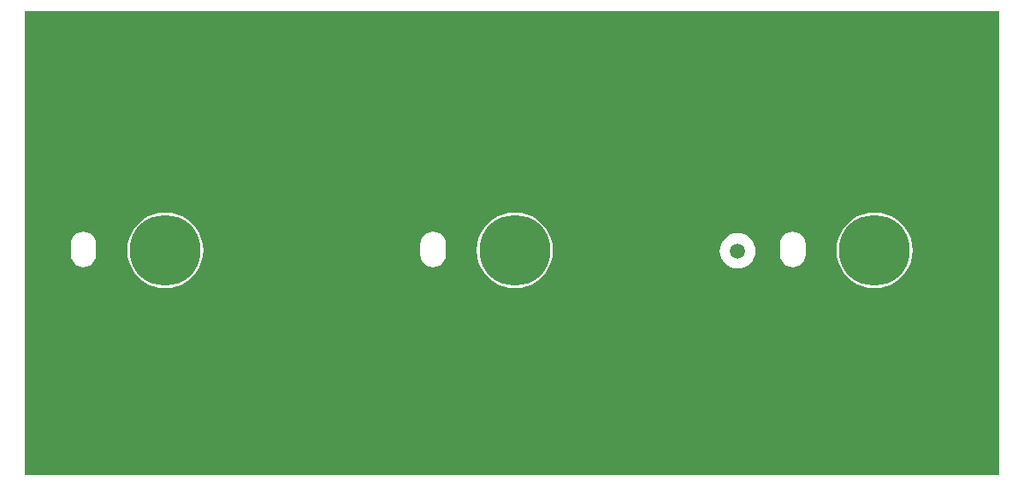
<source format=gtl>
G04*
G04 #@! TF.GenerationSoftware,Altium Limited,Altium Designer,21.0.8 (223)*
G04*
G04 Layer_Physical_Order=1*
G04 Layer_Color=580169*
%FSLAX44Y44*%
%MOMM*%
G71*
G04*
G04 #@! TF.SameCoordinates,E1CE83FB-EE8D-4ACF-9475-2CBEE53E120E*
G04*
G04*
G04 #@! TF.FilePolarity,Positive*
G04*
G01*
G75*
%ADD19C,7.0000*%
%ADD20C,1.5000*%
%ADD21C,1.2700*%
G36*
X982500Y482680D02*
Y22680D01*
X17500Y22680D01*
Y482680D01*
X982500Y482680D01*
D02*
G37*
%LPC*%
G36*
X421890Y264328D02*
X418616Y263897D01*
X415566Y262634D01*
X412946Y260624D01*
X410936Y258004D01*
X409673Y254954D01*
X409242Y251680D01*
Y241680D01*
X409673Y238407D01*
X410936Y235356D01*
X412946Y232736D01*
X415566Y230726D01*
X418616Y229463D01*
X421890Y229032D01*
X425164Y229463D01*
X428214Y230726D01*
X430834Y232736D01*
X432844Y235356D01*
X434107Y238407D01*
X434538Y241680D01*
Y251680D01*
X434107Y254954D01*
X432844Y258004D01*
X430834Y260624D01*
X428214Y262634D01*
X425164Y263897D01*
X421890Y264328D01*
D02*
G37*
G36*
X777890Y264328D02*
X774616Y263897D01*
X771566Y262634D01*
X768946Y260624D01*
X766936Y258004D01*
X765673Y254954D01*
X765242Y251680D01*
Y241680D01*
X765673Y238406D01*
X766936Y235356D01*
X768946Y232736D01*
X771566Y230726D01*
X774616Y229463D01*
X777890Y229032D01*
X781164Y229463D01*
X784214Y230726D01*
X786834Y232736D01*
X788844Y235356D01*
X790107Y238406D01*
X790538Y241680D01*
Y251680D01*
X790107Y254954D01*
X788844Y258004D01*
X786834Y260624D01*
X784214Y262634D01*
X781164Y263897D01*
X777890Y264328D01*
D02*
G37*
G36*
X75890D02*
X72616Y263897D01*
X69566Y262634D01*
X66946Y260624D01*
X64936Y258004D01*
X63673Y254954D01*
X63242Y251680D01*
Y241680D01*
X63673Y238406D01*
X64936Y235356D01*
X66946Y232736D01*
X69566Y230726D01*
X72616Y229463D01*
X75890Y229032D01*
X79164Y229463D01*
X82214Y230726D01*
X84834Y232736D01*
X86844Y235356D01*
X88107Y238406D01*
X88538Y241680D01*
Y251680D01*
X88107Y254954D01*
X86844Y258004D01*
X84834Y260624D01*
X82214Y262634D01*
X79164Y263897D01*
X75890Y264328D01*
D02*
G37*
G36*
X723390Y262805D02*
X719951Y262466D01*
X716645Y261463D01*
X713598Y259835D01*
X710927Y257643D01*
X708736Y254972D01*
X707107Y251925D01*
X706104Y248619D01*
X705765Y245180D01*
X706104Y241742D01*
X707107Y238435D01*
X708736Y235388D01*
X710927Y232717D01*
X713598Y230525D01*
X716645Y228897D01*
X719951Y227894D01*
X723390Y227555D01*
X726828Y227894D01*
X730135Y228897D01*
X733182Y230525D01*
X735853Y232717D01*
X738045Y235388D01*
X739673Y238435D01*
X740676Y241742D01*
X741015Y245180D01*
X740676Y248619D01*
X739673Y251925D01*
X738045Y254972D01*
X735853Y257643D01*
X733182Y259835D01*
X730135Y261463D01*
X726828Y262466D01*
X723390Y262805D01*
D02*
G37*
G36*
X502890Y283336D02*
X496999Y282873D01*
X491254Y281493D01*
X485794Y279232D01*
X480756Y276145D01*
X476263Y272307D01*
X472426Y267814D01*
X469338Y262775D01*
X467077Y257316D01*
X465698Y251571D01*
X465234Y245680D01*
X465698Y239789D01*
X467077Y234044D01*
X469338Y228585D01*
X472426Y223546D01*
X476263Y219053D01*
X480756Y215216D01*
X485794Y212128D01*
X491254Y209867D01*
X496999Y208488D01*
X502890Y208024D01*
X508781Y208488D01*
X514526Y209867D01*
X519986Y212128D01*
X525024Y215216D01*
X529517Y219053D01*
X533354Y223546D01*
X536442Y228585D01*
X538703Y234044D01*
X540083Y239789D01*
X540546Y245680D01*
X540083Y251571D01*
X538703Y257316D01*
X536442Y262775D01*
X533354Y267814D01*
X529517Y272307D01*
X525024Y276145D01*
X519986Y279232D01*
X514526Y281493D01*
X508781Y282873D01*
X502890Y283336D01*
D02*
G37*
G36*
X858890Y283336D02*
X852999Y282873D01*
X847254Y281493D01*
X841795Y279232D01*
X836756Y276144D01*
X832263Y272307D01*
X828426Y267814D01*
X825338Y262775D01*
X823077Y257316D01*
X821697Y251571D01*
X821234Y245680D01*
X821697Y239789D01*
X823077Y234044D01*
X825338Y228584D01*
X828426Y223546D01*
X832263Y219053D01*
X836756Y215216D01*
X841795Y212128D01*
X847254Y209867D01*
X852999Y208487D01*
X858890Y208024D01*
X864781Y208487D01*
X870526Y209867D01*
X875985Y212128D01*
X881024Y215216D01*
X885517Y219053D01*
X889354Y223546D01*
X892442Y228584D01*
X894703Y234044D01*
X896083Y239789D01*
X896546Y245680D01*
X896083Y251571D01*
X894703Y257316D01*
X892442Y262775D01*
X889354Y267814D01*
X885517Y272307D01*
X881024Y276144D01*
X875985Y279232D01*
X870526Y281493D01*
X864781Y282873D01*
X858890Y283336D01*
D02*
G37*
G36*
X156890D02*
X150999Y282873D01*
X145254Y281493D01*
X139795Y279232D01*
X134756Y276144D01*
X130263Y272307D01*
X126426Y267814D01*
X123338Y262775D01*
X121077Y257316D01*
X119698Y251571D01*
X119234Y245680D01*
X119698Y239789D01*
X121077Y234044D01*
X123338Y228584D01*
X126426Y223546D01*
X130263Y219053D01*
X134756Y215216D01*
X139795Y212128D01*
X145254Y209867D01*
X150999Y208487D01*
X156890Y208024D01*
X162781Y208487D01*
X168526Y209867D01*
X173986Y212128D01*
X179024Y215216D01*
X183517Y219053D01*
X187354Y223546D01*
X190442Y228584D01*
X192703Y234044D01*
X194083Y239789D01*
X194546Y245680D01*
X194083Y251571D01*
X192703Y257316D01*
X190442Y262775D01*
X187354Y267814D01*
X183517Y272307D01*
X179024Y276144D01*
X173986Y279232D01*
X168526Y281493D01*
X162781Y282873D01*
X156890Y283336D01*
D02*
G37*
%LPD*%
D19*
Y245680D02*
D03*
X502890Y245680D02*
D03*
X858890Y245680D02*
D03*
D20*
X723390Y245180D02*
D03*
D21*
X26390Y74180D02*
D03*
Y99180D02*
D03*
Y124180D02*
D03*
Y149180D02*
D03*
Y49180D02*
D03*
Y173180D02*
D03*
X972890Y75680D02*
D03*
Y100680D02*
D03*
Y125680D02*
D03*
Y150680D02*
D03*
Y50680D02*
D03*
Y174680D02*
D03*
M02*

</source>
